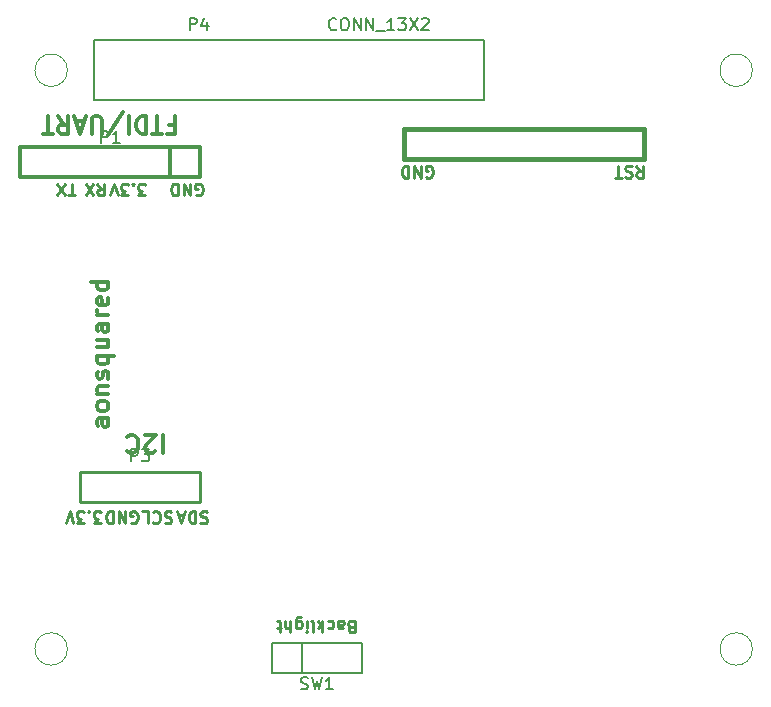
<source format=gto>
G04 (created by PCBNEW (2013-jul-07)-stable) date Sat 04 Apr 2015 10:28:46 BST*
%MOIN*%
G04 Gerber Fmt 3.4, Leading zero omitted, Abs format*
%FSLAX34Y34*%
G01*
G70*
G90*
G04 APERTURE LIST*
%ADD10C,0.00590551*%
%ADD11C,0.00984252*%
%ADD12C,0.011811*%
%ADD13C,0.00393701*%
%ADD14C,0.015*%
%ADD15C,0.01*%
%ADD16C,0.006*%
%ADD17C,0.008*%
%ADD18C,0.012*%
G04 APERTURE END LIST*
G54D10*
G54D11*
X29490Y-34594D02*
X29433Y-34575D01*
X29415Y-34556D01*
X29396Y-34519D01*
X29396Y-34462D01*
X29415Y-34425D01*
X29433Y-34406D01*
X29471Y-34387D01*
X29621Y-34387D01*
X29621Y-34781D01*
X29490Y-34781D01*
X29452Y-34762D01*
X29433Y-34744D01*
X29415Y-34706D01*
X29415Y-34669D01*
X29433Y-34631D01*
X29452Y-34612D01*
X29490Y-34594D01*
X29621Y-34594D01*
X29058Y-34387D02*
X29058Y-34594D01*
X29077Y-34631D01*
X29115Y-34650D01*
X29190Y-34650D01*
X29227Y-34631D01*
X29058Y-34406D02*
X29096Y-34387D01*
X29190Y-34387D01*
X29227Y-34406D01*
X29246Y-34444D01*
X29246Y-34481D01*
X29227Y-34519D01*
X29190Y-34537D01*
X29096Y-34537D01*
X29058Y-34556D01*
X28702Y-34406D02*
X28740Y-34387D01*
X28815Y-34387D01*
X28852Y-34406D01*
X28871Y-34425D01*
X28890Y-34462D01*
X28890Y-34575D01*
X28871Y-34612D01*
X28852Y-34631D01*
X28815Y-34650D01*
X28740Y-34650D01*
X28702Y-34631D01*
X28533Y-34387D02*
X28533Y-34781D01*
X28496Y-34537D02*
X28383Y-34387D01*
X28383Y-34650D02*
X28533Y-34500D01*
X28158Y-34387D02*
X28196Y-34406D01*
X28215Y-34444D01*
X28215Y-34781D01*
X28008Y-34387D02*
X28008Y-34650D01*
X28008Y-34781D02*
X28027Y-34762D01*
X28008Y-34744D01*
X27990Y-34762D01*
X28008Y-34781D01*
X28008Y-34744D01*
X27652Y-34650D02*
X27652Y-34331D01*
X27671Y-34294D01*
X27690Y-34275D01*
X27727Y-34256D01*
X27784Y-34256D01*
X27821Y-34275D01*
X27652Y-34406D02*
X27690Y-34387D01*
X27765Y-34387D01*
X27802Y-34406D01*
X27821Y-34425D01*
X27840Y-34462D01*
X27840Y-34575D01*
X27821Y-34612D01*
X27802Y-34631D01*
X27765Y-34650D01*
X27690Y-34650D01*
X27652Y-34631D01*
X27465Y-34387D02*
X27465Y-34781D01*
X27296Y-34387D02*
X27296Y-34594D01*
X27315Y-34631D01*
X27352Y-34650D01*
X27409Y-34650D01*
X27446Y-34631D01*
X27465Y-34612D01*
X27165Y-34650D02*
X27015Y-34650D01*
X27109Y-34781D02*
X27109Y-34444D01*
X27090Y-34406D01*
X27052Y-34387D01*
X27015Y-34387D01*
G54D12*
X21400Y-27643D02*
X21091Y-27643D01*
X21034Y-27671D01*
X21006Y-27727D01*
X21006Y-27840D01*
X21034Y-27896D01*
X21372Y-27643D02*
X21400Y-27699D01*
X21400Y-27840D01*
X21372Y-27896D01*
X21316Y-27924D01*
X21259Y-27924D01*
X21203Y-27896D01*
X21175Y-27840D01*
X21175Y-27699D01*
X21147Y-27643D01*
X21400Y-27277D02*
X21372Y-27334D01*
X21344Y-27362D01*
X21287Y-27390D01*
X21119Y-27390D01*
X21062Y-27362D01*
X21034Y-27334D01*
X21006Y-27277D01*
X21006Y-27193D01*
X21034Y-27137D01*
X21062Y-27109D01*
X21119Y-27080D01*
X21287Y-27080D01*
X21344Y-27109D01*
X21372Y-27137D01*
X21400Y-27193D01*
X21400Y-27277D01*
X21006Y-26827D02*
X21400Y-26827D01*
X21062Y-26827D02*
X21034Y-26799D01*
X21006Y-26743D01*
X21006Y-26659D01*
X21034Y-26602D01*
X21091Y-26574D01*
X21400Y-26574D01*
X21372Y-26321D02*
X21400Y-26265D01*
X21400Y-26152D01*
X21372Y-26096D01*
X21316Y-26068D01*
X21287Y-26068D01*
X21231Y-26096D01*
X21203Y-26152D01*
X21203Y-26237D01*
X21175Y-26293D01*
X21119Y-26321D01*
X21091Y-26321D01*
X21034Y-26293D01*
X21006Y-26237D01*
X21006Y-26152D01*
X21034Y-26096D01*
X21006Y-25562D02*
X21597Y-25562D01*
X21372Y-25562D02*
X21400Y-25618D01*
X21400Y-25731D01*
X21372Y-25787D01*
X21344Y-25815D01*
X21287Y-25843D01*
X21119Y-25843D01*
X21062Y-25815D01*
X21034Y-25787D01*
X21006Y-25731D01*
X21006Y-25618D01*
X21034Y-25562D01*
X21006Y-25028D02*
X21400Y-25028D01*
X21006Y-25281D02*
X21316Y-25281D01*
X21372Y-25253D01*
X21400Y-25196D01*
X21400Y-25112D01*
X21372Y-25056D01*
X21344Y-25028D01*
X21400Y-24493D02*
X21091Y-24493D01*
X21034Y-24521D01*
X21006Y-24578D01*
X21006Y-24690D01*
X21034Y-24746D01*
X21372Y-24493D02*
X21400Y-24550D01*
X21400Y-24690D01*
X21372Y-24746D01*
X21316Y-24775D01*
X21259Y-24775D01*
X21203Y-24746D01*
X21175Y-24690D01*
X21175Y-24550D01*
X21147Y-24493D01*
X21400Y-24212D02*
X21006Y-24212D01*
X21119Y-24212D02*
X21062Y-24184D01*
X21034Y-24156D01*
X21006Y-24100D01*
X21006Y-24043D01*
X21372Y-23622D02*
X21400Y-23678D01*
X21400Y-23790D01*
X21372Y-23847D01*
X21316Y-23875D01*
X21091Y-23875D01*
X21034Y-23847D01*
X21006Y-23790D01*
X21006Y-23678D01*
X21034Y-23622D01*
X21091Y-23593D01*
X21147Y-23593D01*
X21203Y-23875D01*
X21400Y-23087D02*
X20809Y-23087D01*
X21372Y-23087D02*
X21400Y-23143D01*
X21400Y-23256D01*
X21372Y-23312D01*
X21344Y-23340D01*
X21287Y-23368D01*
X21119Y-23368D01*
X21062Y-23340D01*
X21034Y-23312D01*
X21006Y-23256D01*
X21006Y-23143D01*
X21034Y-23087D01*
G54D11*
X24690Y-30764D02*
X24634Y-30746D01*
X24540Y-30746D01*
X24503Y-30764D01*
X24484Y-30783D01*
X24465Y-30821D01*
X24465Y-30858D01*
X24484Y-30896D01*
X24503Y-30914D01*
X24540Y-30933D01*
X24615Y-30952D01*
X24653Y-30971D01*
X24671Y-30989D01*
X24690Y-31027D01*
X24690Y-31064D01*
X24671Y-31102D01*
X24653Y-31121D01*
X24615Y-31139D01*
X24521Y-31139D01*
X24465Y-31121D01*
X24296Y-30746D02*
X24296Y-31139D01*
X24203Y-31139D01*
X24146Y-31121D01*
X24109Y-31083D01*
X24090Y-31046D01*
X24071Y-30971D01*
X24071Y-30914D01*
X24090Y-30839D01*
X24109Y-30802D01*
X24146Y-30764D01*
X24203Y-30746D01*
X24296Y-30746D01*
X23922Y-30858D02*
X23734Y-30858D01*
X23959Y-30746D02*
X23828Y-31139D01*
X23697Y-30746D01*
X23500Y-30764D02*
X23443Y-30746D01*
X23350Y-30746D01*
X23312Y-30764D01*
X23293Y-30783D01*
X23275Y-30821D01*
X23275Y-30858D01*
X23293Y-30896D01*
X23312Y-30914D01*
X23350Y-30933D01*
X23425Y-30952D01*
X23462Y-30971D01*
X23481Y-30989D01*
X23500Y-31027D01*
X23500Y-31064D01*
X23481Y-31102D01*
X23462Y-31121D01*
X23425Y-31139D01*
X23331Y-31139D01*
X23275Y-31121D01*
X22881Y-30783D02*
X22900Y-30764D01*
X22956Y-30746D01*
X22994Y-30746D01*
X23050Y-30764D01*
X23087Y-30802D01*
X23106Y-30839D01*
X23125Y-30914D01*
X23125Y-30971D01*
X23106Y-31046D01*
X23087Y-31083D01*
X23050Y-31121D01*
X22994Y-31139D01*
X22956Y-31139D01*
X22900Y-31121D01*
X22881Y-31102D01*
X22525Y-30746D02*
X22712Y-30746D01*
X22712Y-31139D01*
X22150Y-31121D02*
X22187Y-31139D01*
X22244Y-31139D01*
X22300Y-31121D01*
X22337Y-31083D01*
X22356Y-31046D01*
X22375Y-30971D01*
X22375Y-30914D01*
X22356Y-30839D01*
X22337Y-30802D01*
X22300Y-30764D01*
X22244Y-30746D01*
X22206Y-30746D01*
X22150Y-30764D01*
X22131Y-30783D01*
X22131Y-30914D01*
X22206Y-30914D01*
X21962Y-30746D02*
X21962Y-31139D01*
X21737Y-30746D01*
X21737Y-31139D01*
X21550Y-30746D02*
X21550Y-31139D01*
X21456Y-31139D01*
X21400Y-31121D01*
X21362Y-31083D01*
X21344Y-31046D01*
X21325Y-30971D01*
X21325Y-30914D01*
X21344Y-30839D01*
X21362Y-30802D01*
X21400Y-30764D01*
X21456Y-30746D01*
X21550Y-30746D01*
X21152Y-31139D02*
X20908Y-31139D01*
X21039Y-30989D01*
X20983Y-30989D01*
X20945Y-30971D01*
X20927Y-30952D01*
X20908Y-30914D01*
X20908Y-30821D01*
X20927Y-30783D01*
X20945Y-30764D01*
X20983Y-30746D01*
X21095Y-30746D01*
X21133Y-30764D01*
X21152Y-30783D01*
X20739Y-30783D02*
X20720Y-30764D01*
X20739Y-30746D01*
X20758Y-30764D01*
X20739Y-30783D01*
X20739Y-30746D01*
X20589Y-31139D02*
X20345Y-31139D01*
X20477Y-30989D01*
X20420Y-30989D01*
X20383Y-30971D01*
X20364Y-30952D01*
X20345Y-30914D01*
X20345Y-30821D01*
X20364Y-30783D01*
X20383Y-30764D01*
X20420Y-30746D01*
X20533Y-30746D01*
X20570Y-30764D01*
X20589Y-30783D01*
X20233Y-31139D02*
X20102Y-30746D01*
X19970Y-31139D01*
G54D12*
X23214Y-28205D02*
X23214Y-28796D01*
X22961Y-28740D02*
X22933Y-28768D01*
X22876Y-28796D01*
X22736Y-28796D01*
X22679Y-28768D01*
X22651Y-28740D01*
X22623Y-28683D01*
X22623Y-28627D01*
X22651Y-28543D01*
X22989Y-28205D01*
X22623Y-28205D01*
X22033Y-28262D02*
X22061Y-28233D01*
X22145Y-28205D01*
X22201Y-28205D01*
X22286Y-28233D01*
X22342Y-28290D01*
X22370Y-28346D01*
X22398Y-28458D01*
X22398Y-28543D01*
X22370Y-28655D01*
X22342Y-28712D01*
X22286Y-28768D01*
X22201Y-28796D01*
X22145Y-28796D01*
X22061Y-28768D01*
X22033Y-28740D01*
G54D11*
X24315Y-20195D02*
X24353Y-20214D01*
X24409Y-20214D01*
X24465Y-20195D01*
X24503Y-20158D01*
X24521Y-20120D01*
X24540Y-20045D01*
X24540Y-19989D01*
X24521Y-19914D01*
X24503Y-19877D01*
X24465Y-19839D01*
X24409Y-19820D01*
X24371Y-19820D01*
X24315Y-19839D01*
X24296Y-19858D01*
X24296Y-19989D01*
X24371Y-19989D01*
X24128Y-19820D02*
X24128Y-20214D01*
X23903Y-19820D01*
X23903Y-20214D01*
X23715Y-19820D02*
X23715Y-20214D01*
X23622Y-20214D01*
X23565Y-20195D01*
X23528Y-20158D01*
X23509Y-20120D01*
X23490Y-20045D01*
X23490Y-19989D01*
X23509Y-19914D01*
X23528Y-19877D01*
X23565Y-19839D01*
X23622Y-19820D01*
X23715Y-19820D01*
X22628Y-20214D02*
X22384Y-20214D01*
X22515Y-20064D01*
X22459Y-20064D01*
X22422Y-20045D01*
X22403Y-20027D01*
X22384Y-19989D01*
X22384Y-19895D01*
X22403Y-19858D01*
X22422Y-19839D01*
X22459Y-19820D01*
X22572Y-19820D01*
X22609Y-19839D01*
X22628Y-19858D01*
X22215Y-19858D02*
X22197Y-19839D01*
X22215Y-19820D01*
X22234Y-19839D01*
X22215Y-19858D01*
X22215Y-19820D01*
X22065Y-20214D02*
X21822Y-20214D01*
X21953Y-20064D01*
X21897Y-20064D01*
X21859Y-20045D01*
X21841Y-20027D01*
X21822Y-19989D01*
X21822Y-19895D01*
X21841Y-19858D01*
X21859Y-19839D01*
X21897Y-19820D01*
X22009Y-19820D01*
X22047Y-19839D01*
X22065Y-19858D01*
X21709Y-20214D02*
X21578Y-19820D01*
X21447Y-20214D01*
X21030Y-19820D02*
X21161Y-20008D01*
X21255Y-19820D02*
X21255Y-20214D01*
X21105Y-20214D01*
X21067Y-20195D01*
X21048Y-20177D01*
X21030Y-20139D01*
X21030Y-20083D01*
X21048Y-20045D01*
X21067Y-20027D01*
X21105Y-20008D01*
X21255Y-20008D01*
X20898Y-20214D02*
X20636Y-19820D01*
X20636Y-20214D02*
X20898Y-19820D01*
X20280Y-20214D02*
X20055Y-20214D01*
X20167Y-19820D02*
X20167Y-20214D01*
X19961Y-20214D02*
X19699Y-19820D01*
X19699Y-20214D02*
X19961Y-19820D01*
G54D12*
X23425Y-17885D02*
X23622Y-17885D01*
X23622Y-17575D02*
X23622Y-18166D01*
X23340Y-18166D01*
X23200Y-18166D02*
X22862Y-18166D01*
X23031Y-17575D02*
X23031Y-18166D01*
X22665Y-17575D02*
X22665Y-18166D01*
X22525Y-18166D01*
X22440Y-18138D01*
X22384Y-18082D01*
X22356Y-18025D01*
X22328Y-17913D01*
X22328Y-17829D01*
X22356Y-17716D01*
X22384Y-17660D01*
X22440Y-17604D01*
X22525Y-17575D01*
X22665Y-17575D01*
X22075Y-17575D02*
X22075Y-18166D01*
X21372Y-18194D02*
X21878Y-17435D01*
X21175Y-18166D02*
X21175Y-17688D01*
X21147Y-17632D01*
X21119Y-17604D01*
X21062Y-17575D01*
X20950Y-17575D01*
X20894Y-17604D01*
X20866Y-17632D01*
X20838Y-17688D01*
X20838Y-18166D01*
X20584Y-17744D02*
X20303Y-17744D01*
X20641Y-17575D02*
X20444Y-18166D01*
X20247Y-17575D01*
X19713Y-17575D02*
X19910Y-17857D01*
X20050Y-17575D02*
X20050Y-18166D01*
X19825Y-18166D01*
X19769Y-18138D01*
X19741Y-18110D01*
X19713Y-18053D01*
X19713Y-17969D01*
X19741Y-17913D01*
X19769Y-17885D01*
X19825Y-17857D01*
X20050Y-17857D01*
X19544Y-18166D02*
X19206Y-18166D01*
X19375Y-17575D02*
X19375Y-18166D01*
G54D11*
X38995Y-19230D02*
X39126Y-19417D01*
X39220Y-19230D02*
X39220Y-19624D01*
X39070Y-19624D01*
X39032Y-19605D01*
X39013Y-19586D01*
X38995Y-19549D01*
X38995Y-19492D01*
X39013Y-19455D01*
X39032Y-19436D01*
X39070Y-19417D01*
X39220Y-19417D01*
X38845Y-19249D02*
X38788Y-19230D01*
X38695Y-19230D01*
X38657Y-19249D01*
X38638Y-19267D01*
X38620Y-19305D01*
X38620Y-19342D01*
X38638Y-19380D01*
X38657Y-19399D01*
X38695Y-19417D01*
X38770Y-19436D01*
X38807Y-19455D01*
X38826Y-19474D01*
X38845Y-19511D01*
X38845Y-19549D01*
X38826Y-19586D01*
X38807Y-19605D01*
X38770Y-19624D01*
X38676Y-19624D01*
X38620Y-19605D01*
X38507Y-19624D02*
X38282Y-19624D01*
X38395Y-19230D02*
X38395Y-19624D01*
X31992Y-19605D02*
X32030Y-19624D01*
X32086Y-19624D01*
X32142Y-19605D01*
X32180Y-19567D01*
X32199Y-19530D01*
X32217Y-19455D01*
X32217Y-19399D01*
X32199Y-19324D01*
X32180Y-19286D01*
X32142Y-19249D01*
X32086Y-19230D01*
X32049Y-19230D01*
X31992Y-19249D01*
X31974Y-19267D01*
X31974Y-19399D01*
X32049Y-19399D01*
X31805Y-19230D02*
X31805Y-19624D01*
X31580Y-19230D01*
X31580Y-19624D01*
X31392Y-19230D02*
X31392Y-19624D01*
X31299Y-19624D01*
X31242Y-19605D01*
X31205Y-19567D01*
X31186Y-19530D01*
X31167Y-19455D01*
X31167Y-19399D01*
X31186Y-19324D01*
X31205Y-19286D01*
X31242Y-19249D01*
X31299Y-19230D01*
X31392Y-19230D01*
G54D13*
X42864Y-35334D02*
G75*
G03X42864Y-35334I-541J0D01*
G74*
G01*
X20029Y-35334D02*
G75*
G03X20029Y-35334I-541J0D01*
G74*
G01*
X42864Y-16043D02*
G75*
G03X42864Y-16043I-541J0D01*
G74*
G01*
X20029Y-16043D02*
G75*
G03X20029Y-16043I-541J0D01*
G74*
G01*
G54D14*
X31236Y-18003D02*
X31236Y-19003D01*
X31236Y-19003D02*
X39236Y-19003D01*
X39236Y-19003D02*
X39236Y-18003D01*
X39236Y-18003D02*
X31236Y-18003D01*
G54D15*
X24440Y-30421D02*
X20440Y-30421D01*
X24440Y-29421D02*
X20440Y-29421D01*
X20440Y-29421D02*
X20440Y-30421D01*
X24440Y-30421D02*
X24440Y-29421D01*
G54D16*
X26846Y-36129D02*
X26846Y-35129D01*
X26846Y-35129D02*
X29846Y-35129D01*
X29846Y-35129D02*
X29846Y-36129D01*
X29846Y-36129D02*
X26846Y-36129D01*
X27846Y-35129D02*
X27846Y-36129D01*
G54D17*
X20905Y-17043D02*
X33905Y-17043D01*
X33905Y-15043D02*
X20905Y-15043D01*
X20905Y-15043D02*
X20905Y-17043D01*
X33905Y-17043D02*
X33905Y-15043D01*
G54D18*
X24456Y-18594D02*
X24456Y-19594D01*
X24456Y-19594D02*
X18456Y-19594D01*
X18456Y-19594D02*
X18456Y-18594D01*
X18456Y-18594D02*
X24456Y-18594D01*
X23456Y-18594D02*
X23456Y-19594D01*
G54D17*
X22145Y-29083D02*
X22145Y-28683D01*
X22298Y-28683D01*
X22336Y-28702D01*
X22355Y-28721D01*
X22374Y-28759D01*
X22374Y-28816D01*
X22355Y-28854D01*
X22336Y-28873D01*
X22298Y-28892D01*
X22145Y-28892D01*
X22507Y-28683D02*
X22755Y-28683D01*
X22621Y-28835D01*
X22679Y-28835D01*
X22717Y-28854D01*
X22736Y-28873D01*
X22755Y-28911D01*
X22755Y-29006D01*
X22736Y-29045D01*
X22717Y-29064D01*
X22679Y-29083D01*
X22564Y-29083D01*
X22526Y-29064D01*
X22507Y-29045D01*
G54D16*
X27813Y-36658D02*
X27870Y-36677D01*
X27965Y-36677D01*
X28003Y-36658D01*
X28022Y-36639D01*
X28041Y-36601D01*
X28041Y-36563D01*
X28022Y-36525D01*
X28003Y-36506D01*
X27965Y-36487D01*
X27889Y-36468D01*
X27851Y-36449D01*
X27832Y-36430D01*
X27813Y-36391D01*
X27813Y-36353D01*
X27832Y-36315D01*
X27851Y-36296D01*
X27889Y-36277D01*
X27984Y-36277D01*
X28041Y-36296D01*
X28175Y-36277D02*
X28270Y-36677D01*
X28346Y-36391D01*
X28422Y-36677D01*
X28517Y-36277D01*
X28879Y-36677D02*
X28651Y-36677D01*
X28765Y-36677D02*
X28765Y-36277D01*
X28727Y-36334D01*
X28689Y-36372D01*
X28651Y-36391D01*
G54D17*
X24110Y-14705D02*
X24110Y-14305D01*
X24262Y-14305D01*
X24300Y-14324D01*
X24319Y-14343D01*
X24338Y-14381D01*
X24338Y-14438D01*
X24319Y-14476D01*
X24300Y-14495D01*
X24262Y-14514D01*
X24110Y-14514D01*
X24681Y-14438D02*
X24681Y-14705D01*
X24586Y-14286D02*
X24491Y-14571D01*
X24738Y-14571D01*
X28986Y-14667D02*
X28967Y-14686D01*
X28910Y-14705D01*
X28872Y-14705D01*
X28815Y-14686D01*
X28776Y-14648D01*
X28757Y-14609D01*
X28738Y-14533D01*
X28738Y-14476D01*
X28757Y-14400D01*
X28776Y-14362D01*
X28815Y-14324D01*
X28872Y-14305D01*
X28910Y-14305D01*
X28967Y-14324D01*
X28986Y-14343D01*
X29234Y-14305D02*
X29310Y-14305D01*
X29348Y-14324D01*
X29386Y-14362D01*
X29405Y-14438D01*
X29405Y-14571D01*
X29386Y-14648D01*
X29348Y-14686D01*
X29310Y-14705D01*
X29234Y-14705D01*
X29195Y-14686D01*
X29157Y-14648D01*
X29138Y-14571D01*
X29138Y-14438D01*
X29157Y-14362D01*
X29195Y-14324D01*
X29234Y-14305D01*
X29576Y-14705D02*
X29576Y-14305D01*
X29805Y-14705D01*
X29805Y-14305D01*
X29995Y-14705D02*
X29995Y-14305D01*
X30224Y-14705D01*
X30224Y-14305D01*
X30319Y-14743D02*
X30624Y-14743D01*
X30929Y-14705D02*
X30700Y-14705D01*
X30815Y-14705D02*
X30815Y-14305D01*
X30776Y-14362D01*
X30738Y-14400D01*
X30700Y-14419D01*
X31062Y-14305D02*
X31310Y-14305D01*
X31176Y-14457D01*
X31234Y-14457D01*
X31272Y-14476D01*
X31291Y-14495D01*
X31310Y-14533D01*
X31310Y-14629D01*
X31291Y-14667D01*
X31272Y-14686D01*
X31234Y-14705D01*
X31119Y-14705D01*
X31081Y-14686D01*
X31062Y-14667D01*
X31443Y-14305D02*
X31710Y-14705D01*
X31710Y-14305D02*
X31443Y-14705D01*
X31843Y-14343D02*
X31862Y-14324D01*
X31900Y-14305D01*
X31995Y-14305D01*
X32034Y-14324D01*
X32053Y-14343D01*
X32072Y-14381D01*
X32072Y-14419D01*
X32053Y-14476D01*
X31824Y-14705D01*
X32072Y-14705D01*
X21161Y-18468D02*
X21161Y-18068D01*
X21313Y-18068D01*
X21351Y-18088D01*
X21370Y-18107D01*
X21390Y-18145D01*
X21390Y-18202D01*
X21370Y-18240D01*
X21351Y-18259D01*
X21313Y-18278D01*
X21161Y-18278D01*
X21770Y-18468D02*
X21542Y-18468D01*
X21656Y-18468D02*
X21656Y-18068D01*
X21618Y-18126D01*
X21580Y-18164D01*
X21542Y-18183D01*
M02*

</source>
